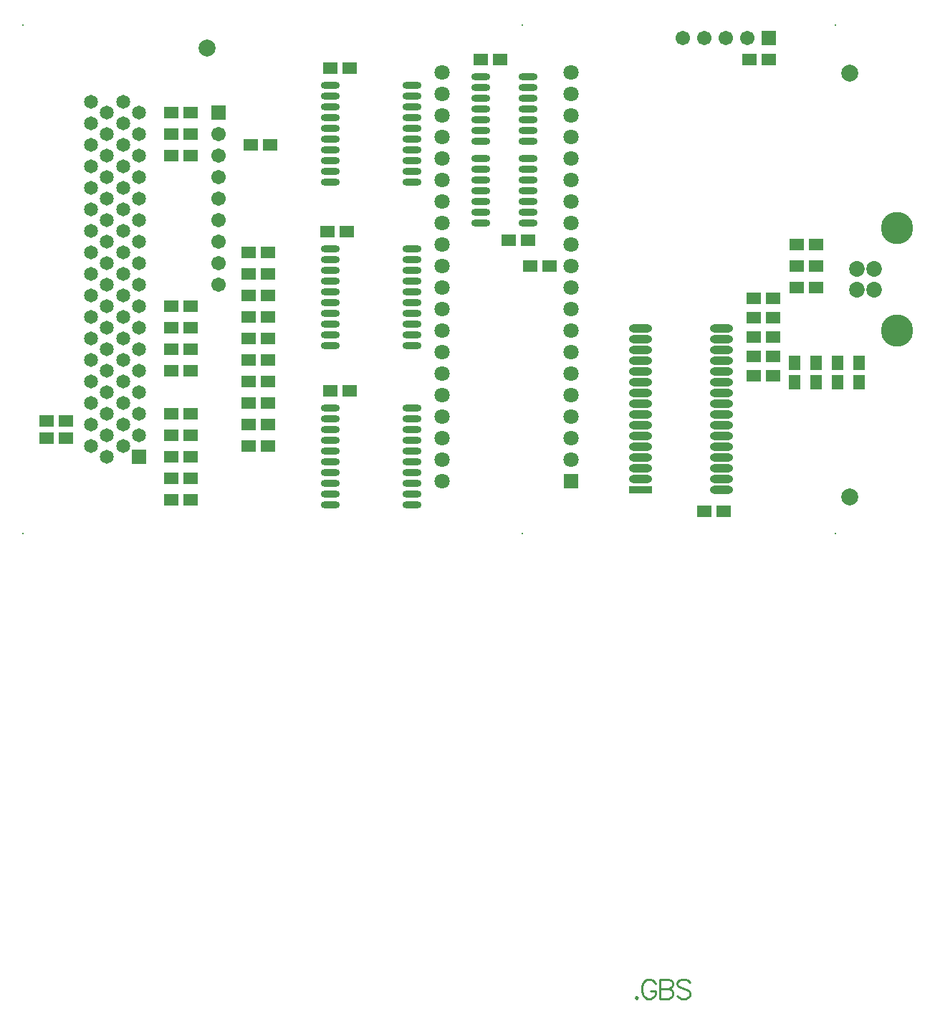
<source format=gbs>
%FSLAX44Y44*%
%MOMM*%
G71*
G01*
G75*
%ADD10C,0.2000*%
%ADD11O,2.0320X0.6096*%
%ADD12R,1.5240X1.2700*%
%ADD13R,1.5240X1.5240*%
%ADD14R,1.9050X0.4064*%
%ADD15R,0.4064X1.9050*%
%ADD16R,1.2700X1.5240*%
%ADD17O,0.6000X2.2000*%
%ADD18O,0.6000X2.2000*%
%ADD19R,0.9144X0.9144*%
%ADD20R,0.9144X1.2700*%
%ADD21R,1.5000X0.4000*%
%ADD22R,1.2700X0.9144*%
%ADD23C,1.0000*%
%ADD24C,0.3000*%
%ADD25C,0.6000*%
%ADD26C,0.8000*%
%ADD27C,0.5000*%
%ADD28C,0.2540*%
%ADD29C,0.2286*%
%ADD30C,3.6000*%
%ADD31C,1.6510*%
%ADD32C,1.4500*%
%ADD33R,1.4500X1.4500*%
%ADD34C,1.5000*%
%ADD35R,1.5000X1.5000*%
%ADD36R,1.6000X1.6000*%
%ADD37C,1.6000*%
%ADD38C,0.8000*%
%ADD39O,2.5400X0.7500*%
%ADD40R,2.5400X0.7500*%
%ADD41C,0.4000*%
%ADD42C,0.7000*%
%ADD43C,0.2500*%
%ADD44C,0.3048*%
%ADD45C,0.1500*%
%ADD46O,2.2352X0.8128*%
%ADD47R,1.7272X1.4732*%
%ADD48R,1.7272X1.7272*%
%ADD49R,2.1082X0.6096*%
%ADD50R,0.6096X2.1082*%
%ADD51R,1.4732X1.7272*%
%ADD52O,0.8032X2.4032*%
%ADD53O,0.8032X2.4032*%
%ADD54R,1.1176X1.1176*%
%ADD55R,1.1176X1.4732*%
%ADD56R,1.7032X0.6032*%
%ADD57R,1.4732X1.1176*%
%ADD58C,2.0000*%
%ADD59C,3.8032*%
%ADD60C,1.8542*%
%ADD61C,1.6532*%
%ADD62R,1.6532X1.6532*%
%ADD63C,1.7032*%
%ADD64R,1.7032X1.7032*%
%ADD65R,1.8032X1.8032*%
%ADD66C,1.8032*%
%ADD67C,0.2032*%
%ADD68O,2.7432X0.9532*%
%ADD69R,2.7432X0.9532*%
D29*
X2872684Y1389144D02*
X2871596Y1388055D01*
X2872684Y1386967D01*
X2873772Y1388055D01*
X2872684Y1389144D01*
X2895104Y1404380D02*
X2894016Y1406557D01*
X2891839Y1408734D01*
X2889662Y1409822D01*
X2885309D01*
X2883132Y1408734D01*
X2880956Y1406557D01*
X2879867Y1404380D01*
X2878779Y1401115D01*
Y1395674D01*
X2879867Y1392409D01*
X2880956Y1390232D01*
X2883132Y1388055D01*
X2885309Y1386967D01*
X2889662D01*
X2891839Y1388055D01*
X2894016Y1390232D01*
X2895104Y1392409D01*
Y1395674D01*
X2889662D02*
X2895104D01*
X2900328Y1409822D02*
Y1386967D01*
Y1409822D02*
X2910123D01*
X2913388Y1408734D01*
X2914476Y1407645D01*
X2915565Y1405469D01*
Y1403292D01*
X2914476Y1401115D01*
X2913388Y1400027D01*
X2910123Y1398939D01*
X2900328D02*
X2910123D01*
X2913388Y1397850D01*
X2914476Y1396762D01*
X2915565Y1394585D01*
Y1391320D01*
X2914476Y1389144D01*
X2913388Y1388055D01*
X2910123Y1386967D01*
X2900328D01*
X2935916Y1406557D02*
X2933740Y1408734D01*
X2930475Y1409822D01*
X2926122D01*
X2922856Y1408734D01*
X2920680Y1406557D01*
Y1404380D01*
X2921768Y1402204D01*
X2922856Y1401115D01*
X2925033Y1400027D01*
X2931563Y1397850D01*
X2933740Y1396762D01*
X2934828Y1395674D01*
X2935916Y1393497D01*
Y1390232D01*
X2933740Y1388055D01*
X2930475Y1386967D01*
X2926122D01*
X2922856Y1388055D01*
X2920680Y1390232D01*
D46*
X2510916Y2465197D02*
D03*
Y2427097D02*
D03*
Y2401697D02*
D03*
Y2388997D02*
D03*
Y2376297D02*
D03*
Y2363597D02*
D03*
Y2350897D02*
D03*
X2607436D02*
D03*
Y2363597D02*
D03*
Y2376297D02*
D03*
Y2388997D02*
D03*
Y2401697D02*
D03*
Y2414397D02*
D03*
Y2439797D02*
D03*
Y2452497D02*
D03*
X2510916Y2439797D02*
D03*
Y2414397D02*
D03*
X2607436Y2427097D02*
D03*
Y2465197D02*
D03*
X2510916Y2452497D02*
D03*
X2744596Y2424557D02*
D03*
Y2411857D02*
D03*
Y2437257D02*
D03*
Y2475357D02*
D03*
X2607436Y2170557D02*
D03*
Y2195957D02*
D03*
Y2246757D02*
D03*
X2510916Y2234057D02*
D03*
Y2157857D02*
D03*
Y2183257D02*
D03*
X2607436Y2221357D02*
D03*
X2510916Y2208657D02*
D03*
X2688716Y2475357D02*
D03*
Y2462657D02*
D03*
Y2449957D02*
D03*
Y2437257D02*
D03*
Y2424557D02*
D03*
Y2411857D02*
D03*
Y2399157D02*
D03*
X2744596D02*
D03*
Y2449957D02*
D03*
Y2462657D02*
D03*
Y2302637D02*
D03*
X2688716Y2378837D02*
D03*
X2607436Y2272157D02*
D03*
Y2259457D02*
D03*
Y2234057D02*
D03*
Y2208657D02*
D03*
Y2183257D02*
D03*
Y2157857D02*
D03*
X2510916Y2170557D02*
D03*
Y2195957D02*
D03*
Y2221357D02*
D03*
Y2246757D02*
D03*
Y2259457D02*
D03*
Y2272157D02*
D03*
X2688716Y2302637D02*
D03*
Y2328037D02*
D03*
Y2315337D02*
D03*
X2744596D02*
D03*
X2688716Y2340737D02*
D03*
X2744596Y2353437D02*
D03*
X2688716D02*
D03*
X2744596Y2366137D02*
D03*
Y2328037D02*
D03*
Y2340737D02*
D03*
Y2378837D02*
D03*
X2688716Y2366137D02*
D03*
X2510916Y2084197D02*
D03*
Y2071497D02*
D03*
X2607436Y1969897D02*
D03*
Y2084197D02*
D03*
X2510916Y2046097D02*
D03*
Y2020697D02*
D03*
Y1995297D02*
D03*
Y1969897D02*
D03*
X2607436Y1995297D02*
D03*
Y2020697D02*
D03*
Y2046097D02*
D03*
Y2071497D02*
D03*
X2510916Y2033397D02*
D03*
Y1982597D02*
D03*
Y2058797D02*
D03*
Y2007997D02*
D03*
X2607436Y2033397D02*
D03*
Y1982597D02*
D03*
Y2058797D02*
D03*
Y2007997D02*
D03*
D47*
X2322956Y2001393D02*
D03*
X2345816D02*
D03*
X2416936Y2395067D02*
D03*
X2439796D02*
D03*
X2322956Y1975993D02*
D03*
X2345816D02*
D03*
X2414396Y2039493D02*
D03*
X2437256D02*
D03*
X2414396Y2064893D02*
D03*
X2437256D02*
D03*
X2414396Y2090293D02*
D03*
X2437256D02*
D03*
X2322956Y2128393D02*
D03*
X2345816D02*
D03*
X2322956Y2153793D02*
D03*
X2345816D02*
D03*
X2322956Y2179193D02*
D03*
X2345816D02*
D03*
X2322956Y2204593D02*
D03*
X2345816D02*
D03*
X2322956Y2026793D02*
D03*
X2345816D02*
D03*
X2322956Y2052193D02*
D03*
X2345816D02*
D03*
X2322956Y2077593D02*
D03*
X2345816D02*
D03*
X2414396Y2115693D02*
D03*
X2437256D02*
D03*
X2414396Y2141093D02*
D03*
X2437256D02*
D03*
X2414396Y2166493D02*
D03*
X2437256D02*
D03*
X2414396Y2191893D02*
D03*
X2437256D02*
D03*
X2414396Y2217293D02*
D03*
X2437256D02*
D03*
X2414396Y2242693D02*
D03*
X2437256D02*
D03*
X2414396Y2268093D02*
D03*
X2437256D02*
D03*
X2322956Y2382393D02*
D03*
X2345816D02*
D03*
X2322956Y2407793D02*
D03*
X2345816D02*
D03*
X2322956Y2433193D02*
D03*
X2345816D02*
D03*
X2175636Y2068957D02*
D03*
X2198496D02*
D03*
X2175636Y2048637D02*
D03*
X2198496D02*
D03*
X3062096Y2226437D02*
D03*
X3084956D02*
D03*
X3062096Y2251837D02*
D03*
X3084956D02*
D03*
Y2277237D02*
D03*
X3062096D02*
D03*
X3006216Y2495677D02*
D03*
X3029076D02*
D03*
X2747136Y2251837D02*
D03*
X2769996D02*
D03*
X2721736Y2282317D02*
D03*
X2744596D02*
D03*
X2711576Y2495677D02*
D03*
X2688716D02*
D03*
X2533776Y2104517D02*
D03*
X2510916D02*
D03*
X2507884Y2292477D02*
D03*
X2530744D02*
D03*
X2533776Y2485517D02*
D03*
X2510916D02*
D03*
X3034156Y2122297D02*
D03*
X3011296D02*
D03*
X2952876Y1962277D02*
D03*
X2975736D02*
D03*
X3011295Y2190877D02*
D03*
X3034156D02*
D03*
X3011295Y2168017D02*
D03*
X3034156D02*
D03*
Y2145157D02*
D03*
X3011295D02*
D03*
Y2213737D02*
D03*
X3034156D02*
D03*
D51*
X3110356Y2137537D02*
D03*
Y2114677D02*
D03*
X3084956Y2137537D02*
D03*
Y2114677D02*
D03*
X3059556D02*
D03*
Y2137537D02*
D03*
X3135756Y2114677D02*
D03*
Y2137537D02*
D03*
D58*
X3124916Y2479317D02*
D03*
Y1979317D02*
D03*
X2364916Y2509317D02*
D03*
D59*
X3180516Y2176117D02*
D03*
Y2296517D02*
D03*
D60*
X3133416Y2223817D02*
D03*
Y2248817D02*
D03*
X3153416Y2223817D02*
D03*
Y2248817D02*
D03*
D61*
X2227766Y2395067D02*
D03*
X2265866Y2318867D02*
D03*
X2246816Y2026767D02*
D03*
X2227766Y2445867D02*
D03*
X2265866D02*
D03*
X2246816Y2433167D02*
D03*
X2227766Y2420467D02*
D03*
X2284916Y2433167D02*
D03*
X2265866Y2420467D02*
D03*
X2246816Y2407767D02*
D03*
X2284916D02*
D03*
X2265866Y2395067D02*
D03*
X2246816Y2382367D02*
D03*
X2227766Y2369667D02*
D03*
X2284916Y2382367D02*
D03*
X2265866Y2369667D02*
D03*
X2246816Y2356967D02*
D03*
X2227766Y2344267D02*
D03*
X2284916Y2356967D02*
D03*
X2265866Y2344267D02*
D03*
X2246816Y2331567D02*
D03*
X2227766Y2318867D02*
D03*
X2284916Y2331567D02*
D03*
X2246816Y2306167D02*
D03*
X2227766Y2293467D02*
D03*
X2284916Y2306167D02*
D03*
X2265866Y2293467D02*
D03*
X2246816Y2280767D02*
D03*
X2227766Y2268067D02*
D03*
X2284916Y2280767D02*
D03*
X2265866Y2268067D02*
D03*
X2246816Y2255367D02*
D03*
X2227766Y2242667D02*
D03*
X2284916Y2255367D02*
D03*
X2265866Y2242667D02*
D03*
X2246816Y2229967D02*
D03*
X2227766Y2217267D02*
D03*
X2284916Y2229967D02*
D03*
X2265866Y2217267D02*
D03*
X2246816Y2204567D02*
D03*
X2227766Y2191867D02*
D03*
X2284916Y2204567D02*
D03*
X2265866Y2191867D02*
D03*
X2246816Y2179167D02*
D03*
X2227766Y2166467D02*
D03*
X2284916Y2179167D02*
D03*
X2265866Y2166467D02*
D03*
X2246816Y2153767D02*
D03*
X2227766Y2141067D02*
D03*
X2284916Y2153767D02*
D03*
X2265866Y2141067D02*
D03*
X2246816Y2128367D02*
D03*
X2227766Y2115667D02*
D03*
X2284916Y2128367D02*
D03*
X2265866Y2115667D02*
D03*
X2246816Y2102967D02*
D03*
X2227766Y2090267D02*
D03*
X2284916Y2102967D02*
D03*
X2265866Y2090267D02*
D03*
X2246816Y2077567D02*
D03*
X2227766Y2064867D02*
D03*
X2284916Y2077567D02*
D03*
X2265866Y2064867D02*
D03*
X2246816Y2052167D02*
D03*
X2227766Y2039467D02*
D03*
X2284916Y2052167D02*
D03*
X2265866Y2039467D02*
D03*
D62*
X2284916Y2026767D02*
D03*
D63*
X2378836Y2357117D02*
D03*
Y2306317D02*
D03*
Y2382517D02*
D03*
Y2407917D02*
D03*
Y2331717D02*
D03*
Y2280917D02*
D03*
Y2230117D02*
D03*
Y2255517D02*
D03*
X2927476Y2521077D02*
D03*
X3003676D02*
D03*
X2978276D02*
D03*
X2952876D02*
D03*
D64*
X2378836Y2433317D02*
D03*
X3029076Y2521077D02*
D03*
D65*
X2795396Y1997837D02*
D03*
D66*
Y2023237D02*
D03*
Y2048637D02*
D03*
Y2074037D02*
D03*
Y2099437D02*
D03*
Y2124837D02*
D03*
Y2150237D02*
D03*
Y2175637D02*
D03*
Y2201037D02*
D03*
Y2226437D02*
D03*
Y2251837D02*
D03*
Y2277237D02*
D03*
Y2302637D02*
D03*
Y2328037D02*
D03*
Y2353437D02*
D03*
Y2378837D02*
D03*
Y2404237D02*
D03*
Y2429637D02*
D03*
Y2455037D02*
D03*
Y2480437D02*
D03*
X2642996D02*
D03*
Y2455037D02*
D03*
Y2429637D02*
D03*
Y2404237D02*
D03*
Y2378837D02*
D03*
Y2328037D02*
D03*
Y2302637D02*
D03*
Y2277237D02*
D03*
Y2251837D02*
D03*
Y2226437D02*
D03*
Y2201037D02*
D03*
Y2175637D02*
D03*
Y2150237D02*
D03*
Y2124837D02*
D03*
Y2099437D02*
D03*
Y2074037D02*
D03*
Y2048637D02*
D03*
Y2023237D02*
D03*
Y1997837D02*
D03*
Y2353437D02*
D03*
D67*
X2737916Y1936317D02*
D03*
X3107916D02*
D03*
X2737916Y2536317D02*
D03*
X3107916D02*
D03*
X2147916D02*
D03*
Y1936317D02*
D03*
D68*
X2877196Y2025777D02*
D03*
Y2013077D02*
D03*
X2973196Y2000377D02*
D03*
Y2038477D02*
D03*
Y2051177D02*
D03*
Y2063877D02*
D03*
Y2076577D02*
D03*
Y2101977D02*
D03*
X2877196Y2140077D02*
D03*
X2973196Y2127377D02*
D03*
Y2140077D02*
D03*
Y2152777D02*
D03*
Y2165477D02*
D03*
Y2178177D02*
D03*
X2877196Y2165477D02*
D03*
Y2152777D02*
D03*
X2973196Y2114677D02*
D03*
Y2089277D02*
D03*
Y2025777D02*
D03*
Y2013077D02*
D03*
Y1987677D02*
D03*
X2877196Y2127377D02*
D03*
Y2114677D02*
D03*
Y2101977D02*
D03*
Y2089277D02*
D03*
Y2076577D02*
D03*
Y2063877D02*
D03*
Y2051177D02*
D03*
Y2038477D02*
D03*
Y2000377D02*
D03*
Y2178177D02*
D03*
D69*
Y1987677D02*
D03*
M02*

</source>
